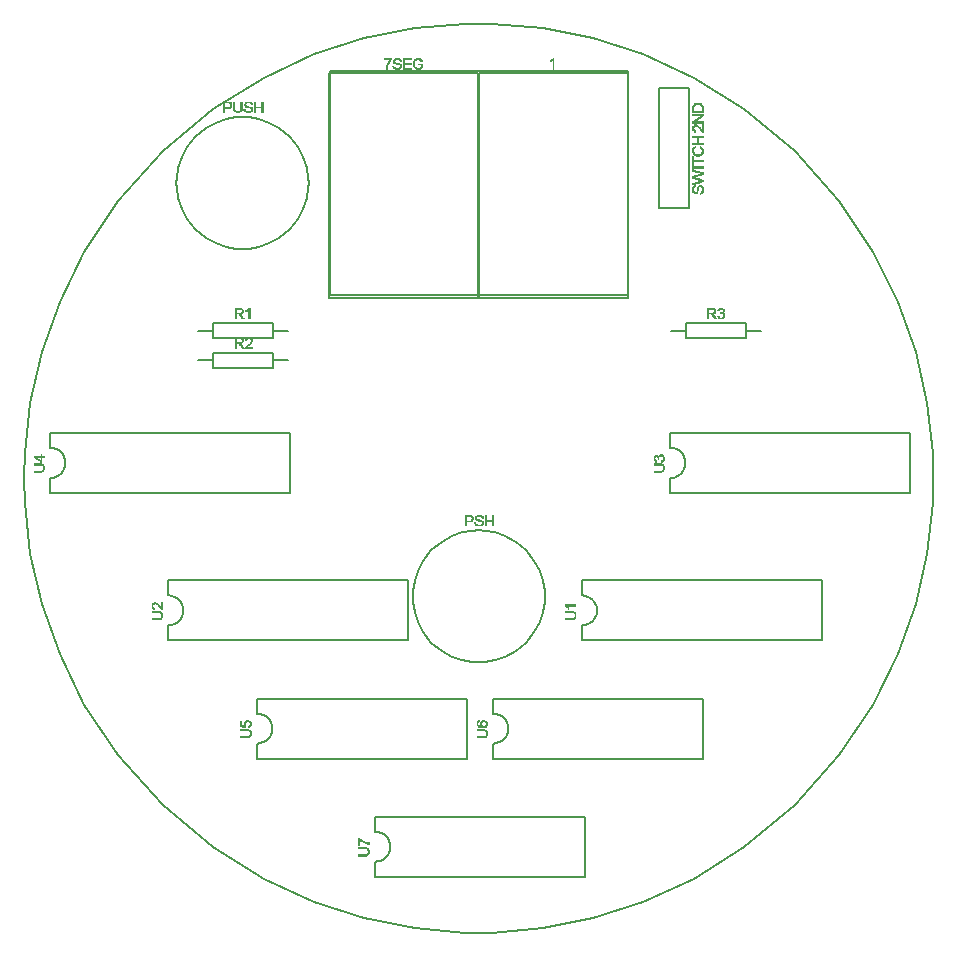
<source format=gbr>
G04 PROTEUS GERBER X2 FILE*
%TF.GenerationSoftware,Labcenter,Proteus,8.13-SP0-Build31525*%
%TF.CreationDate,2022-10-12T09:32:55+00:00*%
%TF.FileFunction,Legend,Top*%
%TF.FilePolarity,Positive*%
%TF.Part,Single*%
%TF.SameCoordinates,{96deeafe-a607-4606-be7e-3443a3b47cd9}*%
%FSLAX45Y45*%
%MOMM*%
G01*
%TA.AperFunction,Profile*%
%ADD18C,0.203110*%
%TA.AperFunction,Material*%
%ADD19C,0.203110*%
%ADD70C,0.063500*%
%TD.AperFunction*%
D18*
X+3850000Y+0D02*
X+3844096Y+213142D01*
X+3796529Y+639427D01*
X+3699562Y+1065712D01*
X+3549147Y+1491997D01*
X+3338067Y+1918282D01*
X+3053769Y+2344567D01*
X+2673870Y+2770003D01*
X+2247585Y+3125838D01*
X+1821300Y+3391956D01*
X+1395015Y+3588375D01*
X+968730Y+3726132D01*
X+542445Y+3811595D01*
X+116160Y+3848247D01*
X+0Y+3850000D01*
X-3850000Y+0D02*
X-3844096Y+213142D01*
X-3796529Y+639427D01*
X-3699562Y+1065712D01*
X-3549147Y+1491997D01*
X-3338067Y+1918282D01*
X-3053769Y+2344567D01*
X-2673870Y+2770003D01*
X-2247585Y+3125838D01*
X-1821300Y+3391956D01*
X-1395015Y+3588375D01*
X-968730Y+3726132D01*
X-542445Y+3811595D01*
X-116160Y+3848247D01*
X+0Y+3850000D01*
X-3850000Y+0D02*
X-3844096Y-213142D01*
X-3796529Y-639427D01*
X-3699562Y-1065712D01*
X-3549147Y-1491997D01*
X-3338067Y-1918282D01*
X-3053769Y-2344567D01*
X-2673870Y-2770003D01*
X-2247585Y-3125838D01*
X-1821300Y-3391956D01*
X-1395015Y-3588375D01*
X-968730Y-3726132D01*
X-542445Y-3811595D01*
X-116160Y-3848247D01*
X+0Y-3850000D01*
X+3850000Y+0D02*
X+3844096Y-213142D01*
X+3796529Y-639427D01*
X+3699562Y-1065712D01*
X+3549147Y-1491997D01*
X+3338067Y-1918282D01*
X+3053769Y-2344567D01*
X+2673870Y-2770003D01*
X+2247585Y-3125838D01*
X+1821300Y-3391956D01*
X+1395015Y-3588375D01*
X+968730Y-3726132D01*
X+542445Y-3811595D01*
X+116160Y-3848247D01*
X+0Y-3850000D01*
D19*
X-1260000Y+1550000D02*
X+1260000Y+1550000D01*
X+1260000Y+3450000D01*
X-1260000Y+3450000D01*
X-1260000Y+1550000D01*
X-1270000Y+1528000D02*
X-10000Y+1528000D01*
X-10000Y+3428000D01*
X-1270000Y+3428000D01*
X-1270000Y+1528000D01*
D70*
X-788011Y+3469275D02*
X-777851Y+3469275D01*
X-711811Y+3469275D02*
X-676251Y+3469275D01*
X-640691Y+3469275D02*
X-569571Y+3469275D01*
X-528931Y+3469275D02*
X-498451Y+3469275D01*
X-788011Y+3474355D02*
X-777851Y+3474355D01*
X-721971Y+3474355D02*
X-666091Y+3474355D01*
X-640691Y+3474355D02*
X-569571Y+3474355D01*
X-539091Y+3474355D02*
X-488291Y+3474355D01*
X-788011Y+3479435D02*
X-777851Y+3479435D01*
X-727051Y+3479435D02*
X-706731Y+3479435D01*
X-676251Y+3479435D02*
X-661011Y+3479435D01*
X-640691Y+3479435D02*
X-630531Y+3479435D01*
X-549251Y+3479435D02*
X-528931Y+3479435D01*
X-498451Y+3479435D02*
X-478131Y+3479435D01*
X-788011Y+3484515D02*
X-777851Y+3484515D01*
X-727051Y+3484515D02*
X-716891Y+3484515D01*
X-671171Y+3484515D02*
X-655931Y+3484515D01*
X-640691Y+3484515D02*
X-630531Y+3484515D01*
X-549251Y+3484515D02*
X-539091Y+3484515D01*
X-488291Y+3484515D02*
X-478131Y+3484515D01*
X-782931Y+3489595D02*
X-772771Y+3489595D01*
X-732131Y+3489595D02*
X-721971Y+3489595D01*
X-666091Y+3489595D02*
X-655931Y+3489595D01*
X-640691Y+3489595D02*
X-630531Y+3489595D01*
X-554331Y+3489595D02*
X-544171Y+3489595D01*
X-488291Y+3489595D02*
X-478131Y+3489595D01*
X-782931Y+3494675D02*
X-772771Y+3494675D01*
X-732131Y+3494675D02*
X-721971Y+3494675D01*
X-666091Y+3494675D02*
X-655931Y+3494675D01*
X-640691Y+3494675D02*
X-630531Y+3494675D01*
X-554331Y+3494675D02*
X-544171Y+3494675D01*
X-488291Y+3494675D02*
X-478131Y+3494675D01*
X-782931Y+3499755D02*
X-772771Y+3499755D01*
X-666091Y+3499755D02*
X-655931Y+3499755D01*
X-640691Y+3499755D02*
X-630531Y+3499755D01*
X-559411Y+3499755D02*
X-549251Y+3499755D01*
X-488291Y+3499755D02*
X-478131Y+3499755D01*
X-777851Y+3504835D02*
X-767691Y+3504835D01*
X-676251Y+3504835D02*
X-661011Y+3504835D01*
X-640691Y+3504835D02*
X-630531Y+3504835D01*
X-559411Y+3504835D02*
X-549251Y+3504835D01*
X-513691Y+3504835D02*
X-478131Y+3504835D01*
X-777851Y+3509915D02*
X-767691Y+3509915D01*
X-701651Y+3509915D02*
X-661011Y+3509915D01*
X-640691Y+3509915D02*
X-574651Y+3509915D01*
X-559411Y+3509915D02*
X-549251Y+3509915D01*
X-513691Y+3509915D02*
X-478131Y+3509915D01*
X-772771Y+3514995D02*
X-762611Y+3514995D01*
X-716891Y+3514995D02*
X-671171Y+3514995D01*
X-640691Y+3514995D02*
X-574651Y+3514995D01*
X-559411Y+3514995D02*
X-549251Y+3514995D01*
X-772771Y+3520075D02*
X-762611Y+3520075D01*
X-721971Y+3520075D02*
X-691491Y+3520075D01*
X-640691Y+3520075D02*
X-630531Y+3520075D01*
X-559411Y+3520075D02*
X-549251Y+3520075D01*
X-767691Y+3525155D02*
X-757531Y+3525155D01*
X-727051Y+3525155D02*
X-711811Y+3525155D01*
X-640691Y+3525155D02*
X-630531Y+3525155D01*
X-559411Y+3525155D02*
X-549251Y+3525155D01*
X-767691Y+3530235D02*
X-757531Y+3530235D01*
X-727051Y+3530235D02*
X-716891Y+3530235D01*
X-640691Y+3530235D02*
X-630531Y+3530235D01*
X-554331Y+3530235D02*
X-544171Y+3530235D01*
X-488291Y+3530235D02*
X-483211Y+3530235D01*
X-762611Y+3535315D02*
X-752451Y+3535315D01*
X-727051Y+3535315D02*
X-716891Y+3535315D01*
X-666091Y+3535315D02*
X-655931Y+3535315D01*
X-640691Y+3535315D02*
X-630531Y+3535315D01*
X-554331Y+3535315D02*
X-544171Y+3535315D01*
X-493371Y+3535315D02*
X-478131Y+3535315D01*
X-762611Y+3540395D02*
X-752451Y+3540395D01*
X-727051Y+3540395D02*
X-716891Y+3540395D01*
X-671171Y+3540395D02*
X-655931Y+3540395D01*
X-640691Y+3540395D02*
X-630531Y+3540395D01*
X-549251Y+3540395D02*
X-539091Y+3540395D01*
X-493371Y+3540395D02*
X-483211Y+3540395D01*
X-757531Y+3545475D02*
X-747371Y+3545475D01*
X-721971Y+3545475D02*
X-706731Y+3545475D01*
X-676251Y+3545475D02*
X-661011Y+3545475D01*
X-640691Y+3545475D02*
X-630531Y+3545475D01*
X-549251Y+3545475D02*
X-528931Y+3545475D01*
X-503531Y+3545475D02*
X-483211Y+3545475D01*
X-803251Y+3550555D02*
X-742291Y+3550555D01*
X-716891Y+3550555D02*
X-666091Y+3550555D01*
X-640691Y+3550555D02*
X-569571Y+3550555D01*
X-544171Y+3550555D02*
X-488291Y+3550555D01*
X-803251Y+3555635D02*
X-742291Y+3555635D01*
X-706731Y+3555635D02*
X-676251Y+3555635D01*
X-640691Y+3555635D02*
X-569571Y+3555635D01*
X-534011Y+3555635D02*
X-498451Y+3555635D01*
D19*
X+0Y+1528000D02*
X+1260000Y+1528000D01*
X+1260000Y+3428000D01*
X+0Y+3428000D01*
X+0Y+1528000D01*
D70*
X+599975Y+3530235D02*
X+599975Y+3540395D01*
X+605055Y+3530235D02*
X+605055Y+3540395D01*
X+610135Y+3530235D02*
X+610135Y+3545475D01*
X+615215Y+3535315D02*
X+615215Y+3550555D01*
X+620295Y+3540395D02*
X+620295Y+3550555D01*
X+625375Y+3469275D02*
X+625375Y+3560715D01*
X+630455Y+3469275D02*
X+630455Y+3560715D01*
D19*
X-2373000Y+1250000D02*
X-2246000Y+1250000D01*
X-2246000Y+1186500D02*
X-1738000Y+1186500D01*
X-1738000Y+1313500D01*
X-2246000Y+1313500D01*
X-2246000Y+1186500D01*
X-1738000Y+1250000D02*
X-1611000Y+1250000D01*
D70*
X-2067592Y+1354770D02*
X-2057432Y+1354770D01*
X-2006632Y+1354770D02*
X-1991392Y+1354770D01*
X-1950752Y+1354770D02*
X-1940592Y+1354770D01*
X-2067592Y+1359850D02*
X-2057432Y+1359850D01*
X-2011712Y+1359850D02*
X-1996472Y+1359850D01*
X-1950752Y+1359850D02*
X-1940592Y+1359850D01*
X-2067592Y+1364930D02*
X-2057432Y+1364930D01*
X-2016792Y+1364930D02*
X-2001552Y+1364930D01*
X-1950752Y+1364930D02*
X-1940592Y+1364930D01*
X-2067592Y+1370010D02*
X-2057432Y+1370010D01*
X-2016792Y+1370010D02*
X-2001552Y+1370010D01*
X-1950752Y+1370010D02*
X-1940592Y+1370010D01*
X-2067592Y+1375090D02*
X-2057432Y+1375090D01*
X-2021872Y+1375090D02*
X-2006632Y+1375090D01*
X-1950752Y+1375090D02*
X-1940592Y+1375090D01*
X-2067592Y+1380170D02*
X-2057432Y+1380170D01*
X-2026952Y+1380170D02*
X-2011712Y+1380170D01*
X-1950752Y+1380170D02*
X-1940592Y+1380170D01*
X-2067592Y+1385250D02*
X-2057432Y+1385250D01*
X-2026952Y+1385250D02*
X-2016792Y+1385250D01*
X-1950752Y+1385250D02*
X-1940592Y+1385250D01*
X-2067592Y+1390330D02*
X-2057432Y+1390330D01*
X-2032032Y+1390330D02*
X-2016792Y+1390330D01*
X-1950752Y+1390330D02*
X-1940592Y+1390330D01*
X-2067592Y+1395410D02*
X-2011712Y+1395410D01*
X-1950752Y+1395410D02*
X-1940592Y+1395410D01*
X-2067592Y+1400490D02*
X-2001552Y+1400490D01*
X-1950752Y+1400490D02*
X-1940592Y+1400490D01*
X-2067592Y+1405570D02*
X-2057432Y+1405570D01*
X-2016792Y+1405570D02*
X-2001552Y+1405570D01*
X-1950752Y+1405570D02*
X-1940592Y+1405570D01*
X-2067592Y+1410650D02*
X-2057432Y+1410650D01*
X-2006632Y+1410650D02*
X-1996472Y+1410650D01*
X-1950752Y+1410650D02*
X-1940592Y+1410650D01*
X-2067592Y+1415730D02*
X-2057432Y+1415730D01*
X-2006632Y+1415730D02*
X-1996472Y+1415730D01*
X-1976152Y+1415730D02*
X-1960912Y+1415730D01*
X-1950752Y+1415730D02*
X-1940592Y+1415730D01*
X-2067592Y+1420810D02*
X-2057432Y+1420810D01*
X-2006632Y+1420810D02*
X-1996472Y+1420810D01*
X-1976152Y+1420810D02*
X-1955832Y+1420810D01*
X-1950752Y+1420810D02*
X-1940592Y+1420810D01*
X-2067592Y+1425890D02*
X-2057432Y+1425890D01*
X-2006632Y+1425890D02*
X-1996472Y+1425890D01*
X-1965992Y+1425890D02*
X-1940592Y+1425890D01*
X-2067592Y+1430970D02*
X-2057432Y+1430970D01*
X-2016792Y+1430970D02*
X-2001552Y+1430970D01*
X-1960912Y+1430970D02*
X-1940592Y+1430970D01*
X-2067592Y+1436050D02*
X-2001552Y+1436050D01*
X-1950752Y+1436050D02*
X-1940592Y+1436050D01*
X-2067592Y+1441130D02*
X-2011712Y+1441130D01*
X-1950752Y+1441130D02*
X-1940592Y+1441130D01*
D19*
X-2373000Y+1000000D02*
X-2246000Y+1000000D01*
X-2246000Y+936500D02*
X-1738000Y+936500D01*
X-1738000Y+1063500D01*
X-2246000Y+1063500D01*
X-2246000Y+936500D01*
X-1738000Y+1000000D02*
X-1611000Y+1000000D01*
D70*
X-2067592Y+1104770D02*
X-2057432Y+1104770D01*
X-2006632Y+1104770D02*
X-1991392Y+1104770D01*
X-1981232Y+1104770D02*
X-1920272Y+1104770D01*
X-2067592Y+1109850D02*
X-2057432Y+1109850D01*
X-2011712Y+1109850D02*
X-1996472Y+1109850D01*
X-1981232Y+1109850D02*
X-1920272Y+1109850D01*
X-2067592Y+1114930D02*
X-2057432Y+1114930D01*
X-2016792Y+1114930D02*
X-2001552Y+1114930D01*
X-1976152Y+1114930D02*
X-1965992Y+1114930D01*
X-2067592Y+1120010D02*
X-2057432Y+1120010D01*
X-2016792Y+1120010D02*
X-2001552Y+1120010D01*
X-1971072Y+1120010D02*
X-1960912Y+1120010D01*
X-2067592Y+1125090D02*
X-2057432Y+1125090D01*
X-2021872Y+1125090D02*
X-2006632Y+1125090D01*
X-1965992Y+1125090D02*
X-1950752Y+1125090D01*
X-2067592Y+1130170D02*
X-2057432Y+1130170D01*
X-2026952Y+1130170D02*
X-2011712Y+1130170D01*
X-1960912Y+1130170D02*
X-1945672Y+1130170D01*
X-2067592Y+1135250D02*
X-2057432Y+1135250D01*
X-2026952Y+1135250D02*
X-2016792Y+1135250D01*
X-1950752Y+1135250D02*
X-1940592Y+1135250D01*
X-2067592Y+1140330D02*
X-2057432Y+1140330D01*
X-2032032Y+1140330D02*
X-2016792Y+1140330D01*
X-1945672Y+1140330D02*
X-1935512Y+1140330D01*
X-2067592Y+1145410D02*
X-2011712Y+1145410D01*
X-1940592Y+1145410D02*
X-1930432Y+1145410D01*
X-2067592Y+1150490D02*
X-2001552Y+1150490D01*
X-1935512Y+1150490D02*
X-1925352Y+1150490D01*
X-2067592Y+1155570D02*
X-2057432Y+1155570D01*
X-2016792Y+1155570D02*
X-2001552Y+1155570D01*
X-1935512Y+1155570D02*
X-1925352Y+1155570D01*
X-2067592Y+1160650D02*
X-2057432Y+1160650D01*
X-2006632Y+1160650D02*
X-1996472Y+1160650D01*
X-1930432Y+1160650D02*
X-1920272Y+1160650D01*
X-2067592Y+1165730D02*
X-2057432Y+1165730D01*
X-2006632Y+1165730D02*
X-1996472Y+1165730D01*
X-1930432Y+1165730D02*
X-1920272Y+1165730D01*
X-2067592Y+1170810D02*
X-2057432Y+1170810D01*
X-2006632Y+1170810D02*
X-1996472Y+1170810D01*
X-1981232Y+1170810D02*
X-1971072Y+1170810D01*
X-1930432Y+1170810D02*
X-1920272Y+1170810D01*
X-2067592Y+1175890D02*
X-2057432Y+1175890D01*
X-2006632Y+1175890D02*
X-1996472Y+1175890D01*
X-1981232Y+1175890D02*
X-1971072Y+1175890D01*
X-1935512Y+1175890D02*
X-1920272Y+1175890D01*
X-2067592Y+1180970D02*
X-2057432Y+1180970D01*
X-2016792Y+1180970D02*
X-2001552Y+1180970D01*
X-1976152Y+1180970D02*
X-1960912Y+1180970D01*
X-1940592Y+1180970D02*
X-1925352Y+1180970D01*
X-2067592Y+1186050D02*
X-2001552Y+1186050D01*
X-1971072Y+1186050D02*
X-1930432Y+1186050D01*
X-2067592Y+1191130D02*
X-2011712Y+1191130D01*
X-1965992Y+1191130D02*
X-1935512Y+1191130D01*
D19*
X+1627000Y+1250000D02*
X+1754000Y+1250000D01*
X+1754000Y+1186500D02*
X+2262000Y+1186500D01*
X+2262000Y+1313500D01*
X+1754000Y+1313500D01*
X+1754000Y+1186500D01*
X+2262000Y+1250000D02*
X+2389000Y+1250000D01*
D70*
X+1932408Y+1354770D02*
X+1942568Y+1354770D01*
X+1993368Y+1354770D02*
X+2008608Y+1354770D01*
X+2034008Y+1354770D02*
X+2059408Y+1354770D01*
X+1932408Y+1359850D02*
X+1942568Y+1359850D01*
X+1988288Y+1359850D02*
X+2003528Y+1359850D01*
X+2028928Y+1359850D02*
X+2069568Y+1359850D01*
X+1932408Y+1364930D02*
X+1942568Y+1364930D01*
X+1983208Y+1364930D02*
X+1998448Y+1364930D01*
X+2023848Y+1364930D02*
X+2034008Y+1364930D01*
X+2059408Y+1364930D02*
X+2074648Y+1364930D01*
X+1932408Y+1370010D02*
X+1942568Y+1370010D01*
X+1983208Y+1370010D02*
X+1998448Y+1370010D01*
X+2018768Y+1370010D02*
X+2034008Y+1370010D01*
X+2064488Y+1370010D02*
X+2079728Y+1370010D01*
X+1932408Y+1375090D02*
X+1942568Y+1375090D01*
X+1978128Y+1375090D02*
X+1993368Y+1375090D01*
X+2018768Y+1375090D02*
X+2028928Y+1375090D01*
X+2069568Y+1375090D02*
X+2079728Y+1375090D01*
X+1932408Y+1380170D02*
X+1942568Y+1380170D01*
X+1973048Y+1380170D02*
X+1988288Y+1380170D01*
X+2069568Y+1380170D02*
X+2079728Y+1380170D01*
X+1932408Y+1385250D02*
X+1942568Y+1385250D01*
X+1973048Y+1385250D02*
X+1983208Y+1385250D01*
X+2069568Y+1385250D02*
X+2079728Y+1385250D01*
X+1932408Y+1390330D02*
X+1942568Y+1390330D01*
X+1967968Y+1390330D02*
X+1983208Y+1390330D01*
X+2069568Y+1390330D02*
X+2079728Y+1390330D01*
X+1932408Y+1395410D02*
X+1988288Y+1395410D01*
X+2064488Y+1395410D02*
X+2074648Y+1395410D01*
X+1932408Y+1400490D02*
X+1998448Y+1400490D01*
X+2039088Y+1400490D02*
X+2069568Y+1400490D01*
X+1932408Y+1405570D02*
X+1942568Y+1405570D01*
X+1983208Y+1405570D02*
X+1998448Y+1405570D01*
X+2039088Y+1405570D02*
X+2064488Y+1405570D01*
X+1932408Y+1410650D02*
X+1942568Y+1410650D01*
X+1993368Y+1410650D02*
X+2003528Y+1410650D01*
X+2059408Y+1410650D02*
X+2069568Y+1410650D01*
X+1932408Y+1415730D02*
X+1942568Y+1415730D01*
X+1993368Y+1415730D02*
X+2003528Y+1415730D01*
X+2064488Y+1415730D02*
X+2074648Y+1415730D01*
X+1932408Y+1420810D02*
X+1942568Y+1420810D01*
X+1993368Y+1420810D02*
X+2003528Y+1420810D01*
X+2018768Y+1420810D02*
X+2028928Y+1420810D01*
X+2064488Y+1420810D02*
X+2074648Y+1420810D01*
X+1932408Y+1425890D02*
X+1942568Y+1425890D01*
X+1993368Y+1425890D02*
X+2003528Y+1425890D01*
X+2018768Y+1425890D02*
X+2034008Y+1425890D01*
X+2064488Y+1425890D02*
X+2074648Y+1425890D01*
X+1932408Y+1430970D02*
X+1942568Y+1430970D01*
X+1983208Y+1430970D02*
X+1998448Y+1430970D01*
X+2023848Y+1430970D02*
X+2039088Y+1430970D01*
X+2059408Y+1430970D02*
X+2074648Y+1430970D01*
X+1932408Y+1436050D02*
X+1998448Y+1436050D01*
X+2028928Y+1436050D02*
X+2069568Y+1436050D01*
X+1932408Y+1441130D02*
X+1988288Y+1441130D01*
X+2034008Y+1441130D02*
X+2059408Y+1441130D01*
D19*
X+1623000Y-123000D02*
X+1623000Y+4000D01*
X+1750000Y+131000D02*
X+1747564Y+156876D01*
X+1740515Y+180848D01*
X+1729238Y+202438D01*
X+1714122Y+221170D01*
X+1695554Y+236569D01*
X+1673919Y+248158D01*
X+1649606Y+255460D01*
X+1623000Y+258000D01*
X+1750000Y+131000D02*
X+1747564Y+104394D01*
X+1740515Y+80081D01*
X+1729238Y+58446D01*
X+1714122Y+39878D01*
X+1695554Y+24762D01*
X+1673919Y+13485D01*
X+1649606Y+6436D01*
X+1623000Y+4000D01*
X+1623000Y+258000D02*
X+1623000Y+385000D01*
X+3655000Y-123000D02*
X+3655000Y+385000D01*
X+1623000Y-123000D02*
X+3655000Y-123000D01*
X+3655000Y+385000D02*
X+1623000Y+385000D01*
D70*
X+1481400Y+55408D02*
X+1481400Y+65568D01*
X+1481400Y+116368D02*
X+1481400Y+126528D01*
X+1481400Y+157008D02*
X+1481400Y+182408D01*
X+1486480Y+55408D02*
X+1486480Y+65568D01*
X+1486480Y+116368D02*
X+1486480Y+126528D01*
X+1486480Y+151928D02*
X+1486480Y+192568D01*
X+1491560Y+55408D02*
X+1491560Y+65568D01*
X+1491560Y+116368D02*
X+1491560Y+126528D01*
X+1491560Y+146848D02*
X+1491560Y+162088D01*
X+1491560Y+182408D02*
X+1491560Y+197648D01*
X+1496640Y+55408D02*
X+1496640Y+65568D01*
X+1496640Y+116368D02*
X+1496640Y+126528D01*
X+1496640Y+141768D02*
X+1496640Y+157008D01*
X+1496640Y+187488D02*
X+1496640Y+197648D01*
X+1501720Y+55408D02*
X+1501720Y+65568D01*
X+1501720Y+116368D02*
X+1501720Y+126528D01*
X+1501720Y+141768D02*
X+1501720Y+151928D01*
X+1501720Y+187488D02*
X+1501720Y+197648D01*
X+1506800Y+55408D02*
X+1506800Y+65568D01*
X+1506800Y+116368D02*
X+1506800Y+126528D01*
X+1506800Y+187488D02*
X+1506800Y+197648D01*
X+1511880Y+55408D02*
X+1511880Y+65568D01*
X+1511880Y+116368D02*
X+1511880Y+126528D01*
X+1511880Y+182408D02*
X+1511880Y+192568D01*
X+1516960Y+55408D02*
X+1516960Y+65568D01*
X+1516960Y+116368D02*
X+1516960Y+126528D01*
X+1516960Y+162088D02*
X+1516960Y+187488D01*
X+1522040Y+55408D02*
X+1522040Y+65568D01*
X+1522040Y+116368D02*
X+1522040Y+126528D01*
X+1522040Y+162088D02*
X+1522040Y+192568D01*
X+1527120Y+55408D02*
X+1527120Y+65568D01*
X+1527120Y+116368D02*
X+1527120Y+126528D01*
X+1527120Y+187488D02*
X+1527120Y+197648D01*
X+1532200Y+55408D02*
X+1532200Y+65568D01*
X+1532200Y+116368D02*
X+1532200Y+126528D01*
X+1532200Y+192568D02*
X+1532200Y+202728D01*
X+1537280Y+55408D02*
X+1537280Y+65568D01*
X+1537280Y+116368D02*
X+1537280Y+126528D01*
X+1537280Y+192568D02*
X+1537280Y+202728D01*
X+1542360Y+55408D02*
X+1542360Y+65568D01*
X+1542360Y+116368D02*
X+1542360Y+126528D01*
X+1542360Y+192568D02*
X+1542360Y+202728D01*
X+1547440Y+55408D02*
X+1547440Y+65568D01*
X+1547440Y+116368D02*
X+1547440Y+126528D01*
X+1547440Y+141768D02*
X+1547440Y+151928D01*
X+1547440Y+192568D02*
X+1547440Y+202728D01*
X+1552520Y+60488D02*
X+1552520Y+70648D01*
X+1552520Y+111288D02*
X+1552520Y+121448D01*
X+1552520Y+141768D02*
X+1552520Y+157008D01*
X+1552520Y+187488D02*
X+1552520Y+202728D01*
X+1557600Y+60488D02*
X+1557600Y+75728D01*
X+1557600Y+106208D02*
X+1557600Y+121448D01*
X+1557600Y+146848D02*
X+1557600Y+157008D01*
X+1557600Y+182408D02*
X+1557600Y+197648D01*
X+1562680Y+65568D02*
X+1562680Y+116368D01*
X+1562680Y+151928D02*
X+1562680Y+192568D01*
X+1567760Y+75728D02*
X+1567760Y+106208D01*
X+1567760Y+157008D02*
X+1567760Y+182408D01*
D19*
X-3627000Y-123000D02*
X-3627000Y+4000D01*
X-3500000Y+131000D02*
X-3502436Y+156876D01*
X-3509485Y+180848D01*
X-3520762Y+202438D01*
X-3535878Y+221170D01*
X-3554446Y+236569D01*
X-3576081Y+248158D01*
X-3600394Y+255460D01*
X-3627000Y+258000D01*
X-3500000Y+131000D02*
X-3502436Y+104394D01*
X-3509485Y+80081D01*
X-3520762Y+58446D01*
X-3535878Y+39878D01*
X-3554446Y+24762D01*
X-3576081Y+13485D01*
X-3600394Y+6436D01*
X-3627000Y+4000D01*
X-3627000Y+258000D02*
X-3627000Y+385000D01*
X-1595000Y-123000D02*
X-1595000Y+385000D01*
X-3627000Y-123000D02*
X-1595000Y-123000D01*
X-1595000Y+385000D02*
X-3627000Y+385000D01*
D70*
X-3768600Y+55408D02*
X-3768600Y+65568D01*
X-3768600Y+116368D02*
X-3768600Y+126528D01*
X-3768600Y+182408D02*
X-3768600Y+192568D01*
X-3763520Y+55408D02*
X-3763520Y+65568D01*
X-3763520Y+116368D02*
X-3763520Y+126528D01*
X-3763520Y+177328D02*
X-3763520Y+192568D01*
X-3758440Y+55408D02*
X-3758440Y+65568D01*
X-3758440Y+116368D02*
X-3758440Y+126528D01*
X-3758440Y+172248D02*
X-3758440Y+192568D01*
X-3753360Y+55408D02*
X-3753360Y+65568D01*
X-3753360Y+116368D02*
X-3753360Y+126528D01*
X-3753360Y+172248D02*
X-3753360Y+192568D01*
X-3748280Y+55408D02*
X-3748280Y+65568D01*
X-3748280Y+116368D02*
X-3748280Y+126528D01*
X-3748280Y+167168D02*
X-3748280Y+177328D01*
X-3748280Y+182408D02*
X-3748280Y+192568D01*
X-3743200Y+55408D02*
X-3743200Y+65568D01*
X-3743200Y+116368D02*
X-3743200Y+126528D01*
X-3743200Y+162088D02*
X-3743200Y+177328D01*
X-3743200Y+182408D02*
X-3743200Y+192568D01*
X-3738120Y+55408D02*
X-3738120Y+65568D01*
X-3738120Y+116368D02*
X-3738120Y+126528D01*
X-3738120Y+162088D02*
X-3738120Y+172248D01*
X-3738120Y+182408D02*
X-3738120Y+192568D01*
X-3733040Y+55408D02*
X-3733040Y+65568D01*
X-3733040Y+116368D02*
X-3733040Y+126528D01*
X-3733040Y+157008D02*
X-3733040Y+167168D01*
X-3733040Y+182408D02*
X-3733040Y+192568D01*
X-3727960Y+55408D02*
X-3727960Y+65568D01*
X-3727960Y+116368D02*
X-3727960Y+126528D01*
X-3727960Y+151928D02*
X-3727960Y+167168D01*
X-3727960Y+182408D02*
X-3727960Y+192568D01*
X-3722880Y+55408D02*
X-3722880Y+65568D01*
X-3722880Y+116368D02*
X-3722880Y+126528D01*
X-3722880Y+151928D02*
X-3722880Y+162088D01*
X-3722880Y+182408D02*
X-3722880Y+192568D01*
X-3717800Y+55408D02*
X-3717800Y+65568D01*
X-3717800Y+116368D02*
X-3717800Y+126528D01*
X-3717800Y+146848D02*
X-3717800Y+157008D01*
X-3717800Y+182408D02*
X-3717800Y+192568D01*
X-3712720Y+55408D02*
X-3712720Y+65568D01*
X-3712720Y+116368D02*
X-3712720Y+126528D01*
X-3712720Y+141768D02*
X-3712720Y+157008D01*
X-3712720Y+182408D02*
X-3712720Y+192568D01*
X-3707640Y+55408D02*
X-3707640Y+65568D01*
X-3707640Y+116368D02*
X-3707640Y+126528D01*
X-3707640Y+141768D02*
X-3707640Y+202728D01*
X-3702560Y+55408D02*
X-3702560Y+65568D01*
X-3702560Y+116368D02*
X-3702560Y+126528D01*
X-3702560Y+141768D02*
X-3702560Y+202728D01*
X-3697480Y+60488D02*
X-3697480Y+70648D01*
X-3697480Y+111288D02*
X-3697480Y+121448D01*
X-3697480Y+182408D02*
X-3697480Y+192568D01*
X-3692400Y+60488D02*
X-3692400Y+75728D01*
X-3692400Y+106208D02*
X-3692400Y+121448D01*
X-3692400Y+182408D02*
X-3692400Y+192568D01*
X-3687320Y+65568D02*
X-3687320Y+116368D01*
X-3687320Y+182408D02*
X-3687320Y+192568D01*
X-3682240Y+75728D02*
X-3682240Y+106208D01*
X-3682240Y+182408D02*
X-3682240Y+192568D01*
D19*
X+873000Y-1373000D02*
X+873000Y-1246000D01*
X+1000000Y-1119000D02*
X+997564Y-1093124D01*
X+990515Y-1069152D01*
X+979238Y-1047562D01*
X+964122Y-1028830D01*
X+945554Y-1013431D01*
X+923919Y-1001842D01*
X+899606Y-994540D01*
X+873000Y-992000D01*
X+1000000Y-1119000D02*
X+997564Y-1145606D01*
X+990515Y-1169919D01*
X+979238Y-1191554D01*
X+964122Y-1210122D01*
X+945554Y-1225238D01*
X+923919Y-1236515D01*
X+899606Y-1243564D01*
X+873000Y-1246000D01*
X+873000Y-992000D02*
X+873000Y-865000D01*
X+2905000Y-1373000D02*
X+2905000Y-865000D01*
X+873000Y-1373000D02*
X+2905000Y-1373000D01*
X+2905000Y-865000D02*
X+873000Y-865000D01*
D70*
X+731400Y-1194592D02*
X+731400Y-1184432D01*
X+731400Y-1133632D02*
X+731400Y-1123472D01*
X+731400Y-1077752D02*
X+731400Y-1067592D01*
X+736480Y-1194592D02*
X+736480Y-1184432D01*
X+736480Y-1133632D02*
X+736480Y-1123472D01*
X+736480Y-1077752D02*
X+736480Y-1067592D01*
X+741560Y-1194592D02*
X+741560Y-1184432D01*
X+741560Y-1133632D02*
X+741560Y-1123472D01*
X+741560Y-1087912D02*
X+741560Y-1067592D01*
X+746640Y-1194592D02*
X+746640Y-1184432D01*
X+746640Y-1133632D02*
X+746640Y-1123472D01*
X+746640Y-1092992D02*
X+746640Y-1067592D01*
X+751720Y-1194592D02*
X+751720Y-1184432D01*
X+751720Y-1133632D02*
X+751720Y-1123472D01*
X+751720Y-1103152D02*
X+751720Y-1082832D01*
X+751720Y-1077752D02*
X+751720Y-1067592D01*
X+756800Y-1194592D02*
X+756800Y-1184432D01*
X+756800Y-1133632D02*
X+756800Y-1123472D01*
X+756800Y-1103152D02*
X+756800Y-1087912D01*
X+756800Y-1077752D02*
X+756800Y-1067592D01*
X+761880Y-1194592D02*
X+761880Y-1184432D01*
X+761880Y-1133632D02*
X+761880Y-1123472D01*
X+761880Y-1077752D02*
X+761880Y-1067592D01*
X+766960Y-1194592D02*
X+766960Y-1184432D01*
X+766960Y-1133632D02*
X+766960Y-1123472D01*
X+766960Y-1077752D02*
X+766960Y-1067592D01*
X+772040Y-1194592D02*
X+772040Y-1184432D01*
X+772040Y-1133632D02*
X+772040Y-1123472D01*
X+772040Y-1077752D02*
X+772040Y-1067592D01*
X+777120Y-1194592D02*
X+777120Y-1184432D01*
X+777120Y-1133632D02*
X+777120Y-1123472D01*
X+777120Y-1077752D02*
X+777120Y-1067592D01*
X+782200Y-1194592D02*
X+782200Y-1184432D01*
X+782200Y-1133632D02*
X+782200Y-1123472D01*
X+782200Y-1077752D02*
X+782200Y-1067592D01*
X+787280Y-1194592D02*
X+787280Y-1184432D01*
X+787280Y-1133632D02*
X+787280Y-1123472D01*
X+787280Y-1077752D02*
X+787280Y-1067592D01*
X+792360Y-1194592D02*
X+792360Y-1184432D01*
X+792360Y-1133632D02*
X+792360Y-1123472D01*
X+792360Y-1077752D02*
X+792360Y-1067592D01*
X+797440Y-1194592D02*
X+797440Y-1184432D01*
X+797440Y-1133632D02*
X+797440Y-1123472D01*
X+797440Y-1077752D02*
X+797440Y-1067592D01*
X+802520Y-1189512D02*
X+802520Y-1179352D01*
X+802520Y-1138712D02*
X+802520Y-1128552D01*
X+802520Y-1077752D02*
X+802520Y-1067592D01*
X+807600Y-1189512D02*
X+807600Y-1174272D01*
X+807600Y-1143792D02*
X+807600Y-1128552D01*
X+807600Y-1077752D02*
X+807600Y-1067592D01*
X+812680Y-1184432D02*
X+812680Y-1133632D01*
X+812680Y-1077752D02*
X+812680Y-1067592D01*
X+817760Y-1174272D02*
X+817760Y-1143792D01*
X+817760Y-1077752D02*
X+817760Y-1067592D01*
D19*
X-2627000Y-1373000D02*
X-2627000Y-1246000D01*
X-2500000Y-1119000D02*
X-2502436Y-1093124D01*
X-2509485Y-1069152D01*
X-2520762Y-1047562D01*
X-2535878Y-1028830D01*
X-2554446Y-1013431D01*
X-2576081Y-1001842D01*
X-2600394Y-994540D01*
X-2627000Y-992000D01*
X-2500000Y-1119000D02*
X-2502436Y-1145606D01*
X-2509485Y-1169919D01*
X-2520762Y-1191554D01*
X-2535878Y-1210122D01*
X-2554446Y-1225238D01*
X-2576081Y-1236515D01*
X-2600394Y-1243564D01*
X-2627000Y-1246000D01*
X-2627000Y-992000D02*
X-2627000Y-865000D01*
X-595000Y-1373000D02*
X-595000Y-865000D01*
X-2627000Y-1373000D02*
X-595000Y-1373000D01*
X-595000Y-865000D02*
X-2627000Y-865000D01*
D70*
X-2768600Y-1194592D02*
X-2768600Y-1184432D01*
X-2768600Y-1133632D02*
X-2768600Y-1123472D01*
X-2768600Y-1092992D02*
X-2768600Y-1062512D01*
X-2763520Y-1194592D02*
X-2763520Y-1184432D01*
X-2763520Y-1133632D02*
X-2763520Y-1123472D01*
X-2763520Y-1098072D02*
X-2763520Y-1057432D01*
X-2758440Y-1194592D02*
X-2758440Y-1184432D01*
X-2758440Y-1133632D02*
X-2758440Y-1123472D01*
X-2758440Y-1103152D02*
X-2758440Y-1087912D01*
X-2758440Y-1067592D02*
X-2758440Y-1052352D01*
X-2753360Y-1194592D02*
X-2753360Y-1184432D01*
X-2753360Y-1133632D02*
X-2753360Y-1123472D01*
X-2753360Y-1108232D02*
X-2753360Y-1098072D01*
X-2753360Y-1062512D02*
X-2753360Y-1047272D01*
X-2748280Y-1194592D02*
X-2748280Y-1184432D01*
X-2748280Y-1133632D02*
X-2748280Y-1123472D01*
X-2748280Y-1108232D02*
X-2748280Y-1098072D01*
X-2748280Y-1057432D02*
X-2748280Y-1047272D01*
X-2743200Y-1194592D02*
X-2743200Y-1184432D01*
X-2743200Y-1133632D02*
X-2743200Y-1123472D01*
X-2743200Y-1057432D02*
X-2743200Y-1047272D01*
X-2738120Y-1194592D02*
X-2738120Y-1184432D01*
X-2738120Y-1133632D02*
X-2738120Y-1123472D01*
X-2738120Y-1057432D02*
X-2738120Y-1047272D01*
X-2733040Y-1194592D02*
X-2733040Y-1184432D01*
X-2733040Y-1133632D02*
X-2733040Y-1123472D01*
X-2733040Y-1062512D02*
X-2733040Y-1052352D01*
X-2727960Y-1194592D02*
X-2727960Y-1184432D01*
X-2727960Y-1133632D02*
X-2727960Y-1123472D01*
X-2727960Y-1062512D02*
X-2727960Y-1052352D01*
X-2722880Y-1194592D02*
X-2722880Y-1184432D01*
X-2722880Y-1133632D02*
X-2722880Y-1123472D01*
X-2722880Y-1067592D02*
X-2722880Y-1057432D01*
X-2717800Y-1194592D02*
X-2717800Y-1184432D01*
X-2717800Y-1133632D02*
X-2717800Y-1123472D01*
X-2717800Y-1072672D02*
X-2717800Y-1062512D01*
X-2712720Y-1194592D02*
X-2712720Y-1184432D01*
X-2712720Y-1133632D02*
X-2712720Y-1123472D01*
X-2712720Y-1077752D02*
X-2712720Y-1067592D01*
X-2707640Y-1194592D02*
X-2707640Y-1184432D01*
X-2707640Y-1133632D02*
X-2707640Y-1123472D01*
X-2707640Y-1087912D02*
X-2707640Y-1072672D01*
X-2702560Y-1194592D02*
X-2702560Y-1184432D01*
X-2702560Y-1133632D02*
X-2702560Y-1123472D01*
X-2702560Y-1092992D02*
X-2702560Y-1077752D01*
X-2697480Y-1189512D02*
X-2697480Y-1179352D01*
X-2697480Y-1138712D02*
X-2697480Y-1128552D01*
X-2697480Y-1098072D02*
X-2697480Y-1087912D01*
X-2692400Y-1189512D02*
X-2692400Y-1174272D01*
X-2692400Y-1143792D02*
X-2692400Y-1128552D01*
X-2692400Y-1103152D02*
X-2692400Y-1092992D01*
X-2687320Y-1184432D02*
X-2687320Y-1133632D01*
X-2687320Y-1108232D02*
X-2687320Y-1047272D01*
X-2682240Y-1174272D02*
X-2682240Y-1143792D01*
X-2682240Y-1108232D02*
X-2682240Y-1047272D01*
D19*
X-1877000Y-1992000D02*
X-1877000Y-1865000D01*
X-1877000Y-2373000D02*
X-1877000Y-2246000D01*
X-1750000Y-2119000D02*
X-1752436Y-2093124D01*
X-1759485Y-2069152D01*
X-1770762Y-2047562D01*
X-1785878Y-2028830D01*
X-1804446Y-2013431D01*
X-1826081Y-2001842D01*
X-1850394Y-1994540D01*
X-1877000Y-1992000D01*
X-1750000Y-2119000D02*
X-1752436Y-2145606D01*
X-1759485Y-2169919D01*
X-1770762Y-2191554D01*
X-1785878Y-2210122D01*
X-1804446Y-2225238D01*
X-1826081Y-2236515D01*
X-1850394Y-2243564D01*
X-1877000Y-2246000D01*
X-1877000Y-2373000D02*
X-99000Y-2373000D01*
X-99000Y-1865000D01*
X-1877000Y-1865000D01*
D70*
X-2018600Y-2194592D02*
X-2018600Y-2184432D01*
X-2018600Y-2133632D02*
X-2018600Y-2123472D01*
X-2018600Y-2098072D02*
X-2018600Y-2052352D01*
X-2013520Y-2194592D02*
X-2013520Y-2184432D01*
X-2013520Y-2133632D02*
X-2013520Y-2123472D01*
X-2013520Y-2098072D02*
X-2013520Y-2052352D01*
X-2008440Y-2194592D02*
X-2008440Y-2184432D01*
X-2008440Y-2133632D02*
X-2008440Y-2123472D01*
X-2008440Y-2103152D02*
X-2008440Y-2092992D01*
X-2003360Y-2194592D02*
X-2003360Y-2184432D01*
X-2003360Y-2133632D02*
X-2003360Y-2123472D01*
X-2003360Y-2103152D02*
X-2003360Y-2092992D01*
X-1998280Y-2194592D02*
X-1998280Y-2184432D01*
X-1998280Y-2133632D02*
X-1998280Y-2123472D01*
X-1998280Y-2103152D02*
X-1998280Y-2092992D01*
X-1993200Y-2194592D02*
X-1993200Y-2184432D01*
X-1993200Y-2133632D02*
X-1993200Y-2123472D01*
X-1993200Y-2103152D02*
X-1993200Y-2092992D01*
X-1988120Y-2194592D02*
X-1988120Y-2184432D01*
X-1988120Y-2133632D02*
X-1988120Y-2123472D01*
X-1988120Y-2103152D02*
X-1988120Y-2092992D01*
X-1988120Y-2087912D02*
X-1988120Y-2062512D01*
X-1983040Y-2194592D02*
X-1983040Y-2184432D01*
X-1983040Y-2133632D02*
X-1983040Y-2123472D01*
X-1983040Y-2108232D02*
X-1983040Y-2057432D01*
X-1977960Y-2194592D02*
X-1977960Y-2184432D01*
X-1977960Y-2133632D02*
X-1977960Y-2123472D01*
X-1977960Y-2108232D02*
X-1977960Y-2092992D01*
X-1977960Y-2062512D02*
X-1977960Y-2052352D01*
X-1972880Y-2194592D02*
X-1972880Y-2184432D01*
X-1972880Y-2133632D02*
X-1972880Y-2123472D01*
X-1972880Y-2062512D02*
X-1972880Y-2047272D01*
X-1967800Y-2194592D02*
X-1967800Y-2184432D01*
X-1967800Y-2133632D02*
X-1967800Y-2123472D01*
X-1967800Y-2057432D02*
X-1967800Y-2047272D01*
X-1962720Y-2194592D02*
X-1962720Y-2184432D01*
X-1962720Y-2133632D02*
X-1962720Y-2123472D01*
X-1962720Y-2057432D02*
X-1962720Y-2047272D01*
X-1957640Y-2194592D02*
X-1957640Y-2184432D01*
X-1957640Y-2133632D02*
X-1957640Y-2123472D01*
X-1957640Y-2057432D02*
X-1957640Y-2047272D01*
X-1952560Y-2194592D02*
X-1952560Y-2184432D01*
X-1952560Y-2133632D02*
X-1952560Y-2123472D01*
X-1952560Y-2108232D02*
X-1952560Y-2098072D01*
X-1952560Y-2057432D02*
X-1952560Y-2047272D01*
X-1947480Y-2189512D02*
X-1947480Y-2179352D01*
X-1947480Y-2138712D02*
X-1947480Y-2128552D01*
X-1947480Y-2108232D02*
X-1947480Y-2092992D01*
X-1947480Y-2062512D02*
X-1947480Y-2052352D01*
X-1942400Y-2189512D02*
X-1942400Y-2174272D01*
X-1942400Y-2143792D02*
X-1942400Y-2128552D01*
X-1942400Y-2103152D02*
X-1942400Y-2092992D01*
X-1942400Y-2067592D02*
X-1942400Y-2052352D01*
X-1937320Y-2184432D02*
X-1937320Y-2133632D01*
X-1937320Y-2098072D02*
X-1937320Y-2057432D01*
X-1932240Y-2174272D02*
X-1932240Y-2143792D01*
X-1932240Y-2092992D02*
X-1932240Y-2067592D01*
D19*
X+123000Y-1992000D02*
X+123000Y-1865000D01*
X+123000Y-2373000D02*
X+123000Y-2246000D01*
X+250000Y-2119000D02*
X+247564Y-2093124D01*
X+240515Y-2069152D01*
X+229238Y-2047562D01*
X+214122Y-2028830D01*
X+195554Y-2013431D01*
X+173919Y-2001842D01*
X+149606Y-1994540D01*
X+123000Y-1992000D01*
X+250000Y-2119000D02*
X+247564Y-2145606D01*
X+240515Y-2169919D01*
X+229238Y-2191554D01*
X+214122Y-2210122D01*
X+195554Y-2225238D01*
X+173919Y-2236515D01*
X+149606Y-2243564D01*
X+123000Y-2246000D01*
X+123000Y-2373000D02*
X+1901000Y-2373000D01*
X+1901000Y-1865000D01*
X+123000Y-1865000D01*
D70*
X-18600Y-2194592D02*
X-18600Y-2184432D01*
X-18600Y-2133632D02*
X-18600Y-2123472D01*
X-18600Y-2087912D02*
X-18600Y-2062512D01*
X-13520Y-2194592D02*
X-13520Y-2184432D01*
X-13520Y-2133632D02*
X-13520Y-2123472D01*
X-13520Y-2092992D02*
X-13520Y-2057432D01*
X-8440Y-2194592D02*
X-8440Y-2184432D01*
X-8440Y-2133632D02*
X-8440Y-2123472D01*
X-8440Y-2098072D02*
X-8440Y-2087912D01*
X-8440Y-2067592D02*
X-8440Y-2052352D01*
X-3360Y-2194592D02*
X-3360Y-2184432D01*
X-3360Y-2133632D02*
X-3360Y-2123472D01*
X-3360Y-2103152D02*
X-3360Y-2092992D01*
X-3360Y-2062512D02*
X-3360Y-2047272D01*
X+1720Y-2194592D02*
X+1720Y-2184432D01*
X+1720Y-2133632D02*
X+1720Y-2123472D01*
X+1720Y-2103152D02*
X+1720Y-2092992D01*
X+1720Y-2057432D02*
X+1720Y-2047272D01*
X+6800Y-2194592D02*
X+6800Y-2184432D01*
X+6800Y-2133632D02*
X+6800Y-2123472D01*
X+6800Y-2108232D02*
X+6800Y-2098072D01*
X+11880Y-2194592D02*
X+11880Y-2184432D01*
X+11880Y-2133632D02*
X+11880Y-2123472D01*
X+11880Y-2108232D02*
X+11880Y-2098072D01*
X+11880Y-2087912D02*
X+11880Y-2062512D01*
X+16960Y-2194592D02*
X+16960Y-2184432D01*
X+16960Y-2133632D02*
X+16960Y-2123472D01*
X+16960Y-2108232D02*
X+16960Y-2098072D01*
X+16960Y-2092992D02*
X+16960Y-2057432D01*
X+22040Y-2194592D02*
X+22040Y-2184432D01*
X+22040Y-2133632D02*
X+22040Y-2123472D01*
X+22040Y-2108232D02*
X+22040Y-2087912D01*
X+22040Y-2067592D02*
X+22040Y-2052352D01*
X+27120Y-2194592D02*
X+27120Y-2184432D01*
X+27120Y-2133632D02*
X+27120Y-2123472D01*
X+27120Y-2108232D02*
X+27120Y-2092992D01*
X+27120Y-2062512D02*
X+27120Y-2047272D01*
X+32200Y-2194592D02*
X+32200Y-2184432D01*
X+32200Y-2133632D02*
X+32200Y-2123472D01*
X+32200Y-2108232D02*
X+32200Y-2098072D01*
X+32200Y-2057432D02*
X+32200Y-2047272D01*
X+37280Y-2194592D02*
X+37280Y-2184432D01*
X+37280Y-2133632D02*
X+37280Y-2123472D01*
X+37280Y-2108232D02*
X+37280Y-2098072D01*
X+37280Y-2057432D02*
X+37280Y-2047272D01*
X+42360Y-2194592D02*
X+42360Y-2184432D01*
X+42360Y-2133632D02*
X+42360Y-2123472D01*
X+42360Y-2108232D02*
X+42360Y-2098072D01*
X+42360Y-2057432D02*
X+42360Y-2047272D01*
X+47440Y-2194592D02*
X+47440Y-2184432D01*
X+47440Y-2133632D02*
X+47440Y-2123472D01*
X+47440Y-2108232D02*
X+47440Y-2098072D01*
X+47440Y-2057432D02*
X+47440Y-2047272D01*
X+52520Y-2189512D02*
X+52520Y-2179352D01*
X+52520Y-2138712D02*
X+52520Y-2128552D01*
X+52520Y-2103152D02*
X+52520Y-2092992D01*
X+52520Y-2062512D02*
X+52520Y-2052352D01*
X+57600Y-2189512D02*
X+57600Y-2174272D01*
X+57600Y-2143792D02*
X+57600Y-2128552D01*
X+57600Y-2103152D02*
X+57600Y-2087912D01*
X+57600Y-2067592D02*
X+57600Y-2052352D01*
X+62680Y-2184432D02*
X+62680Y-2133632D01*
X+62680Y-2098072D02*
X+62680Y-2057432D01*
X+67760Y-2174272D02*
X+67760Y-2143792D01*
X+67760Y-2087912D02*
X+67760Y-2062512D01*
D19*
X-877000Y-2992000D02*
X-877000Y-2865000D01*
X-877000Y-3373000D02*
X-877000Y-3246000D01*
X-750000Y-3119000D02*
X-752436Y-3093124D01*
X-759485Y-3069152D01*
X-770762Y-3047562D01*
X-785878Y-3028830D01*
X-804446Y-3013431D01*
X-826081Y-3001842D01*
X-850394Y-2994540D01*
X-877000Y-2992000D01*
X-750000Y-3119000D02*
X-752436Y-3145606D01*
X-759485Y-3169919D01*
X-770762Y-3191554D01*
X-785878Y-3210122D01*
X-804446Y-3225238D01*
X-826081Y-3236515D01*
X-850394Y-3243564D01*
X-877000Y-3246000D01*
X-877000Y-3373000D02*
X+901000Y-3373000D01*
X+901000Y-2865000D01*
X-877000Y-2865000D01*
D70*
X-1018600Y-3194592D02*
X-1018600Y-3184432D01*
X-1018600Y-3133632D02*
X-1018600Y-3123472D01*
X-1018600Y-3108232D02*
X-1018600Y-3047272D01*
X-1013520Y-3194592D02*
X-1013520Y-3184432D01*
X-1013520Y-3133632D02*
X-1013520Y-3123472D01*
X-1013520Y-3108232D02*
X-1013520Y-3047272D01*
X-1008440Y-3194592D02*
X-1008440Y-3184432D01*
X-1008440Y-3133632D02*
X-1008440Y-3123472D01*
X-1008440Y-3062512D02*
X-1008440Y-3052352D01*
X-1003360Y-3194592D02*
X-1003360Y-3184432D01*
X-1003360Y-3133632D02*
X-1003360Y-3123472D01*
X-1003360Y-3067592D02*
X-1003360Y-3057432D01*
X-998280Y-3194592D02*
X-998280Y-3184432D01*
X-998280Y-3133632D02*
X-998280Y-3123472D01*
X-998280Y-3067592D02*
X-998280Y-3057432D01*
X-993200Y-3194592D02*
X-993200Y-3184432D01*
X-993200Y-3133632D02*
X-993200Y-3123472D01*
X-993200Y-3072672D02*
X-993200Y-3062512D01*
X-988120Y-3194592D02*
X-988120Y-3184432D01*
X-988120Y-3133632D02*
X-988120Y-3123472D01*
X-988120Y-3072672D02*
X-988120Y-3062512D01*
X-983040Y-3194592D02*
X-983040Y-3184432D01*
X-983040Y-3133632D02*
X-983040Y-3123472D01*
X-983040Y-3077752D02*
X-983040Y-3067592D01*
X-977960Y-3194592D02*
X-977960Y-3184432D01*
X-977960Y-3133632D02*
X-977960Y-3123472D01*
X-977960Y-3077752D02*
X-977960Y-3067592D01*
X-972880Y-3194592D02*
X-972880Y-3184432D01*
X-972880Y-3133632D02*
X-972880Y-3123472D01*
X-972880Y-3082832D02*
X-972880Y-3072672D01*
X-967800Y-3194592D02*
X-967800Y-3184432D01*
X-967800Y-3133632D02*
X-967800Y-3123472D01*
X-967800Y-3082832D02*
X-967800Y-3072672D01*
X-962720Y-3194592D02*
X-962720Y-3184432D01*
X-962720Y-3133632D02*
X-962720Y-3123472D01*
X-962720Y-3087912D02*
X-962720Y-3077752D01*
X-957640Y-3194592D02*
X-957640Y-3184432D01*
X-957640Y-3133632D02*
X-957640Y-3123472D01*
X-957640Y-3087912D02*
X-957640Y-3077752D01*
X-952560Y-3194592D02*
X-952560Y-3184432D01*
X-952560Y-3133632D02*
X-952560Y-3123472D01*
X-952560Y-3087912D02*
X-952560Y-3077752D01*
X-947480Y-3189512D02*
X-947480Y-3179352D01*
X-947480Y-3138712D02*
X-947480Y-3128552D01*
X-947480Y-3092992D02*
X-947480Y-3082832D01*
X-942400Y-3189512D02*
X-942400Y-3174272D01*
X-942400Y-3143792D02*
X-942400Y-3128552D01*
X-942400Y-3092992D02*
X-942400Y-3082832D01*
X-937320Y-3184432D02*
X-937320Y-3133632D01*
X-937320Y-3092992D02*
X-937320Y-3082832D01*
X-932240Y-3174272D02*
X-932240Y-3143792D01*
X-932240Y-3092992D02*
X-932240Y-3082832D01*
D19*
X+1524000Y+2286000D02*
X+1778000Y+2286000D01*
X+1778000Y+3302000D01*
X+1524000Y+3302000D01*
X+1524000Y+2286000D01*
D70*
X+1809110Y+2426845D02*
X+1809110Y+2462405D01*
X+1809110Y+2487805D02*
X+1809110Y+2497965D01*
X+1809110Y+2543685D02*
X+1809110Y+2558925D01*
X+1809110Y+2604645D02*
X+1809110Y+2614805D01*
X+1809110Y+2630045D02*
X+1809110Y+2640205D01*
X+1809110Y+2655445D02*
X+1809110Y+2726565D01*
X+1809110Y+2762125D02*
X+1809110Y+2792605D01*
X+1809110Y+2828165D02*
X+1809110Y+2838325D01*
X+1809110Y+2889125D02*
X+1809110Y+2899285D01*
X+1809110Y+2950085D02*
X+1809110Y+2980565D01*
X+1809110Y+3011045D02*
X+1809110Y+3021205D01*
X+1809110Y+3072005D02*
X+1809110Y+3082165D01*
X+1809110Y+3102485D02*
X+1809110Y+3153285D01*
X+1814190Y+2421765D02*
X+1814190Y+2472565D01*
X+1814190Y+2487805D02*
X+1814190Y+2497965D01*
X+1814190Y+2543685D02*
X+1814190Y+2558925D01*
X+1814190Y+2599565D02*
X+1814190Y+2614805D01*
X+1814190Y+2630045D02*
X+1814190Y+2640205D01*
X+1814190Y+2655445D02*
X+1814190Y+2726565D01*
X+1814190Y+2746885D02*
X+1814190Y+2802765D01*
X+1814190Y+2828165D02*
X+1814190Y+2838325D01*
X+1814190Y+2889125D02*
X+1814190Y+2899285D01*
X+1814190Y+2945005D02*
X+1814190Y+2985645D01*
X+1814190Y+3011045D02*
X+1814190Y+3026285D01*
X+1814190Y+3072005D02*
X+1814190Y+3082165D01*
X+1814190Y+3102485D02*
X+1814190Y+3163445D01*
X+1819270Y+2416685D02*
X+1819270Y+2431925D01*
X+1819270Y+2462405D02*
X+1819270Y+2477645D01*
X+1819270Y+2492885D02*
X+1819270Y+2503045D01*
X+1819270Y+2538605D02*
X+1819270Y+2548765D01*
X+1819270Y+2553845D02*
X+1819270Y+2564005D01*
X+1819270Y+2599565D02*
X+1819270Y+2609725D01*
X+1819270Y+2630045D02*
X+1819270Y+2640205D01*
X+1819270Y+2685925D02*
X+1819270Y+2696085D01*
X+1819270Y+2741805D02*
X+1819270Y+2762125D01*
X+1819270Y+2792605D02*
X+1819270Y+2807845D01*
X+1819270Y+2828165D02*
X+1819270Y+2838325D01*
X+1819270Y+2889125D02*
X+1819270Y+2899285D01*
X+1819270Y+2939925D02*
X+1819270Y+2955165D01*
X+1819270Y+2975485D02*
X+1819270Y+2990725D01*
X+1819270Y+3011045D02*
X+1819270Y+3031365D01*
X+1819270Y+3072005D02*
X+1819270Y+3082165D01*
X+1819270Y+3102485D02*
X+1819270Y+3112645D01*
X+1819270Y+3153285D02*
X+1819270Y+3168525D01*
X+1824350Y+2411605D02*
X+1824350Y+2421765D01*
X+1824350Y+2467485D02*
X+1824350Y+2482725D01*
X+1824350Y+2492885D02*
X+1824350Y+2503045D01*
X+1824350Y+2538605D02*
X+1824350Y+2548765D01*
X+1824350Y+2553845D02*
X+1824350Y+2564005D01*
X+1824350Y+2599565D02*
X+1824350Y+2609725D01*
X+1824350Y+2630045D02*
X+1824350Y+2640205D01*
X+1824350Y+2685925D02*
X+1824350Y+2696085D01*
X+1824350Y+2736725D02*
X+1824350Y+2751965D01*
X+1824350Y+2797685D02*
X+1824350Y+2807845D01*
X+1824350Y+2828165D02*
X+1824350Y+2838325D01*
X+1824350Y+2889125D02*
X+1824350Y+2899285D01*
X+1824350Y+2934845D02*
X+1824350Y+2945005D01*
X+1824350Y+2980565D02*
X+1824350Y+2995805D01*
X+1824350Y+3011045D02*
X+1824350Y+3031365D01*
X+1824350Y+3072005D02*
X+1824350Y+3082165D01*
X+1824350Y+3102485D02*
X+1824350Y+3112645D01*
X+1824350Y+3158365D02*
X+1824350Y+3173605D01*
X+1829430Y+2411605D02*
X+1829430Y+2421765D01*
X+1829430Y+2472565D02*
X+1829430Y+2482725D01*
X+1829430Y+2492885D02*
X+1829430Y+2503045D01*
X+1829430Y+2538605D02*
X+1829430Y+2548765D01*
X+1829430Y+2553845D02*
X+1829430Y+2564005D01*
X+1829430Y+2599565D02*
X+1829430Y+2609725D01*
X+1829430Y+2630045D02*
X+1829430Y+2640205D01*
X+1829430Y+2685925D02*
X+1829430Y+2696085D01*
X+1829430Y+2736725D02*
X+1829430Y+2746885D01*
X+1829430Y+2802765D02*
X+1829430Y+2812925D01*
X+1829430Y+2828165D02*
X+1829430Y+2838325D01*
X+1829430Y+2889125D02*
X+1829430Y+2899285D01*
X+1829430Y+2934845D02*
X+1829430Y+2945005D01*
X+1829430Y+2985645D02*
X+1829430Y+2995805D01*
X+1829430Y+3011045D02*
X+1829430Y+3021205D01*
X+1829430Y+3026285D02*
X+1829430Y+3036445D01*
X+1829430Y+3072005D02*
X+1829430Y+3082165D01*
X+1829430Y+3102485D02*
X+1829430Y+3112645D01*
X+1829430Y+3163445D02*
X+1829430Y+3173605D01*
X+1834510Y+2411605D02*
X+1834510Y+2421765D01*
X+1834510Y+2497965D02*
X+1834510Y+2508125D01*
X+1834510Y+2533525D02*
X+1834510Y+2548765D01*
X+1834510Y+2553845D02*
X+1834510Y+2569085D01*
X+1834510Y+2594485D02*
X+1834510Y+2604645D01*
X+1834510Y+2630045D02*
X+1834510Y+2640205D01*
X+1834510Y+2685925D02*
X+1834510Y+2696085D01*
X+1834510Y+2736725D02*
X+1834510Y+2746885D01*
X+1834510Y+2828165D02*
X+1834510Y+2838325D01*
X+1834510Y+2889125D02*
X+1834510Y+2899285D01*
X+1834510Y+2985645D02*
X+1834510Y+2995805D01*
X+1834510Y+3011045D02*
X+1834510Y+3021205D01*
X+1834510Y+3031365D02*
X+1834510Y+3041525D01*
X+1834510Y+3072005D02*
X+1834510Y+3082165D01*
X+1834510Y+3102485D02*
X+1834510Y+3112645D01*
X+1834510Y+3168525D02*
X+1834510Y+3178685D01*
X+1839590Y+2411605D02*
X+1839590Y+2426845D01*
X+1839590Y+2497965D02*
X+1839590Y+2508125D01*
X+1839590Y+2533525D02*
X+1839590Y+2543685D01*
X+1839590Y+2558925D02*
X+1839590Y+2569085D01*
X+1839590Y+2594485D02*
X+1839590Y+2604645D01*
X+1839590Y+2630045D02*
X+1839590Y+2640205D01*
X+1839590Y+2685925D02*
X+1839590Y+2696085D01*
X+1839590Y+2731645D02*
X+1839590Y+2741805D01*
X+1839590Y+2828165D02*
X+1839590Y+2838325D01*
X+1839590Y+2889125D02*
X+1839590Y+2899285D01*
X+1839590Y+2985645D02*
X+1839590Y+2995805D01*
X+1839590Y+3011045D02*
X+1839590Y+3021205D01*
X+1839590Y+3031365D02*
X+1839590Y+3041525D01*
X+1839590Y+3072005D02*
X+1839590Y+3082165D01*
X+1839590Y+3102485D02*
X+1839590Y+3112645D01*
X+1839590Y+3168525D02*
X+1839590Y+3178685D01*
X+1844670Y+2416685D02*
X+1844670Y+2447165D01*
X+1844670Y+2497965D02*
X+1844670Y+2508125D01*
X+1844670Y+2533525D02*
X+1844670Y+2543685D01*
X+1844670Y+2558925D02*
X+1844670Y+2569085D01*
X+1844670Y+2594485D02*
X+1844670Y+2604645D01*
X+1844670Y+2630045D02*
X+1844670Y+2640205D01*
X+1844670Y+2685925D02*
X+1844670Y+2696085D01*
X+1844670Y+2731645D02*
X+1844670Y+2741805D01*
X+1844670Y+2828165D02*
X+1844670Y+2838325D01*
X+1844670Y+2889125D02*
X+1844670Y+2899285D01*
X+1844670Y+2980565D02*
X+1844670Y+2990725D01*
X+1844670Y+3011045D02*
X+1844670Y+3021205D01*
X+1844670Y+3036445D02*
X+1844670Y+3046605D01*
X+1844670Y+3072005D02*
X+1844670Y+3082165D01*
X+1844670Y+3102485D02*
X+1844670Y+3112645D01*
X+1844670Y+3168525D02*
X+1844670Y+3178685D01*
X+1849750Y+2421765D02*
X+1849750Y+2467485D01*
X+1849750Y+2497965D02*
X+1849750Y+2508125D01*
X+1849750Y+2533525D02*
X+1849750Y+2543685D01*
X+1849750Y+2558925D02*
X+1849750Y+2569085D01*
X+1849750Y+2589405D02*
X+1849750Y+2604645D01*
X+1849750Y+2630045D02*
X+1849750Y+2640205D01*
X+1849750Y+2685925D02*
X+1849750Y+2696085D01*
X+1849750Y+2731645D02*
X+1849750Y+2741805D01*
X+1849750Y+2828165D02*
X+1849750Y+2899285D01*
X+1849750Y+2980565D02*
X+1849750Y+2990725D01*
X+1849750Y+3011045D02*
X+1849750Y+3021205D01*
X+1849750Y+3041525D02*
X+1849750Y+3051685D01*
X+1849750Y+3072005D02*
X+1849750Y+3082165D01*
X+1849750Y+3102485D02*
X+1849750Y+3112645D01*
X+1849750Y+3168525D02*
X+1849750Y+3178685D01*
X+1854830Y+2437005D02*
X+1854830Y+2477645D01*
X+1854830Y+2503045D02*
X+1854830Y+2513205D01*
X+1854830Y+2528445D02*
X+1854830Y+2538605D01*
X+1854830Y+2564005D02*
X+1854830Y+2574165D01*
X+1854830Y+2589405D02*
X+1854830Y+2599565D01*
X+1854830Y+2630045D02*
X+1854830Y+2640205D01*
X+1854830Y+2685925D02*
X+1854830Y+2696085D01*
X+1854830Y+2731645D02*
X+1854830Y+2741805D01*
X+1854830Y+2828165D02*
X+1854830Y+2899285D01*
X+1854830Y+2975485D02*
X+1854830Y+2985645D01*
X+1854830Y+3011045D02*
X+1854830Y+3021205D01*
X+1854830Y+3041525D02*
X+1854830Y+3051685D01*
X+1854830Y+3072005D02*
X+1854830Y+3082165D01*
X+1854830Y+3102485D02*
X+1854830Y+3112645D01*
X+1854830Y+3168525D02*
X+1854830Y+3178685D01*
X+1859910Y+2462405D02*
X+1859910Y+2477645D01*
X+1859910Y+2503045D02*
X+1859910Y+2513205D01*
X+1859910Y+2528445D02*
X+1859910Y+2538605D01*
X+1859910Y+2564005D02*
X+1859910Y+2574165D01*
X+1859910Y+2589405D02*
X+1859910Y+2599565D01*
X+1859910Y+2630045D02*
X+1859910Y+2640205D01*
X+1859910Y+2685925D02*
X+1859910Y+2696085D01*
X+1859910Y+2731645D02*
X+1859910Y+2741805D01*
X+1859910Y+2828165D02*
X+1859910Y+2838325D01*
X+1859910Y+2889125D02*
X+1859910Y+2899285D01*
X+1859910Y+2970405D02*
X+1859910Y+2980565D01*
X+1859910Y+3011045D02*
X+1859910Y+3021205D01*
X+1859910Y+3046605D02*
X+1859910Y+3056765D01*
X+1859910Y+3072005D02*
X+1859910Y+3082165D01*
X+1859910Y+3102485D02*
X+1859910Y+3112645D01*
X+1859910Y+3168525D02*
X+1859910Y+3178685D01*
X+1864990Y+2472565D02*
X+1864990Y+2482725D01*
X+1864990Y+2503045D02*
X+1864990Y+2513205D01*
X+1864990Y+2528445D02*
X+1864990Y+2538605D01*
X+1864990Y+2564005D02*
X+1864990Y+2574165D01*
X+1864990Y+2589405D02*
X+1864990Y+2599565D01*
X+1864990Y+2630045D02*
X+1864990Y+2640205D01*
X+1864990Y+2685925D02*
X+1864990Y+2696085D01*
X+1864990Y+2731645D02*
X+1864990Y+2741805D01*
X+1864990Y+2828165D02*
X+1864990Y+2838325D01*
X+1864990Y+2889125D02*
X+1864990Y+2899285D01*
X+1864990Y+2965325D02*
X+1864990Y+2975485D01*
X+1864990Y+3011045D02*
X+1864990Y+3021205D01*
X+1864990Y+3051685D02*
X+1864990Y+3061845D01*
X+1864990Y+3072005D02*
X+1864990Y+3082165D01*
X+1864990Y+3102485D02*
X+1864990Y+3112645D01*
X+1864990Y+3168525D02*
X+1864990Y+3178685D01*
X+1870070Y+2406525D02*
X+1870070Y+2416685D01*
X+1870070Y+2472565D02*
X+1870070Y+2482725D01*
X+1870070Y+2508125D02*
X+1870070Y+2518285D01*
X+1870070Y+2523365D02*
X+1870070Y+2533525D01*
X+1870070Y+2569085D02*
X+1870070Y+2579245D01*
X+1870070Y+2584325D02*
X+1870070Y+2594485D01*
X+1870070Y+2630045D02*
X+1870070Y+2640205D01*
X+1870070Y+2685925D02*
X+1870070Y+2696085D01*
X+1870070Y+2736725D02*
X+1870070Y+2746885D01*
X+1870070Y+2802765D02*
X+1870070Y+2812925D01*
X+1870070Y+2828165D02*
X+1870070Y+2838325D01*
X+1870070Y+2889125D02*
X+1870070Y+2899285D01*
X+1870070Y+2955165D02*
X+1870070Y+2970405D01*
X+1870070Y+3011045D02*
X+1870070Y+3021205D01*
X+1870070Y+3051685D02*
X+1870070Y+3061845D01*
X+1870070Y+3072005D02*
X+1870070Y+3082165D01*
X+1870070Y+3102485D02*
X+1870070Y+3112645D01*
X+1870070Y+3163445D02*
X+1870070Y+3178685D01*
X+1875150Y+2406525D02*
X+1875150Y+2416685D01*
X+1875150Y+2472565D02*
X+1875150Y+2482725D01*
X+1875150Y+2508125D02*
X+1875150Y+2518285D01*
X+1875150Y+2523365D02*
X+1875150Y+2533525D01*
X+1875150Y+2569085D02*
X+1875150Y+2579245D01*
X+1875150Y+2584325D02*
X+1875150Y+2594485D01*
X+1875150Y+2630045D02*
X+1875150Y+2640205D01*
X+1875150Y+2685925D02*
X+1875150Y+2696085D01*
X+1875150Y+2736725D02*
X+1875150Y+2746885D01*
X+1875150Y+2797685D02*
X+1875150Y+2812925D01*
X+1875150Y+2828165D02*
X+1875150Y+2838325D01*
X+1875150Y+2889125D02*
X+1875150Y+2899285D01*
X+1875150Y+2950085D02*
X+1875150Y+2965325D01*
X+1875150Y+3011045D02*
X+1875150Y+3021205D01*
X+1875150Y+3056765D02*
X+1875150Y+3066925D01*
X+1875150Y+3072005D02*
X+1875150Y+3082165D01*
X+1875150Y+3102485D02*
X+1875150Y+3112645D01*
X+1875150Y+3163445D02*
X+1875150Y+3173605D01*
X+1880230Y+2411605D02*
X+1880230Y+2421765D01*
X+1880230Y+2467485D02*
X+1880230Y+2482725D01*
X+1880230Y+2508125D02*
X+1880230Y+2518285D01*
X+1880230Y+2523365D02*
X+1880230Y+2533525D01*
X+1880230Y+2569085D02*
X+1880230Y+2579245D01*
X+1880230Y+2584325D02*
X+1880230Y+2594485D01*
X+1880230Y+2630045D02*
X+1880230Y+2640205D01*
X+1880230Y+2685925D02*
X+1880230Y+2696085D01*
X+1880230Y+2736725D02*
X+1880230Y+2751965D01*
X+1880230Y+2792605D02*
X+1880230Y+2807845D01*
X+1880230Y+2828165D02*
X+1880230Y+2838325D01*
X+1880230Y+2889125D02*
X+1880230Y+2899285D01*
X+1880230Y+2945005D02*
X+1880230Y+2955165D01*
X+1880230Y+3011045D02*
X+1880230Y+3021205D01*
X+1880230Y+3061845D02*
X+1880230Y+3082165D01*
X+1880230Y+3102485D02*
X+1880230Y+3112645D01*
X+1880230Y+3158365D02*
X+1880230Y+3173605D01*
X+1885310Y+2411605D02*
X+1885310Y+2431925D01*
X+1885310Y+2462405D02*
X+1885310Y+2477645D01*
X+1885310Y+2508125D02*
X+1885310Y+2533525D01*
X+1885310Y+2569085D02*
X+1885310Y+2594485D01*
X+1885310Y+2630045D02*
X+1885310Y+2640205D01*
X+1885310Y+2685925D02*
X+1885310Y+2696085D01*
X+1885310Y+2741805D02*
X+1885310Y+2762125D01*
X+1885310Y+2787525D02*
X+1885310Y+2802765D01*
X+1885310Y+2828165D02*
X+1885310Y+2838325D01*
X+1885310Y+2889125D02*
X+1885310Y+2899285D01*
X+1885310Y+2939925D02*
X+1885310Y+2950085D01*
X+1885310Y+3011045D02*
X+1885310Y+3021205D01*
X+1885310Y+3061845D02*
X+1885310Y+3082165D01*
X+1885310Y+3102485D02*
X+1885310Y+3112645D01*
X+1885310Y+3153285D02*
X+1885310Y+3168525D01*
X+1890390Y+2416685D02*
X+1890390Y+2472565D01*
X+1890390Y+2513205D02*
X+1890390Y+2528445D01*
X+1890390Y+2574165D02*
X+1890390Y+2589405D01*
X+1890390Y+2630045D02*
X+1890390Y+2640205D01*
X+1890390Y+2685925D02*
X+1890390Y+2696085D01*
X+1890390Y+2746885D02*
X+1890390Y+2797685D01*
X+1890390Y+2828165D02*
X+1890390Y+2838325D01*
X+1890390Y+2889125D02*
X+1890390Y+2899285D01*
X+1890390Y+2934845D02*
X+1890390Y+2995805D01*
X+1890390Y+3011045D02*
X+1890390Y+3021205D01*
X+1890390Y+3066925D02*
X+1890390Y+3082165D01*
X+1890390Y+3102485D02*
X+1890390Y+3163445D01*
X+1895470Y+2426845D02*
X+1895470Y+2462405D01*
X+1895470Y+2513205D02*
X+1895470Y+2528445D01*
X+1895470Y+2574165D02*
X+1895470Y+2589405D01*
X+1895470Y+2630045D02*
X+1895470Y+2640205D01*
X+1895470Y+2685925D02*
X+1895470Y+2696085D01*
X+1895470Y+2757045D02*
X+1895470Y+2787525D01*
X+1895470Y+2828165D02*
X+1895470Y+2838325D01*
X+1895470Y+2889125D02*
X+1895470Y+2899285D01*
X+1895470Y+2934845D02*
X+1895470Y+2995805D01*
X+1895470Y+3011045D02*
X+1895470Y+3021205D01*
X+1895470Y+3072005D02*
X+1895470Y+3082165D01*
X+1895470Y+3102485D02*
X+1895470Y+3153285D01*
D19*
X-1440984Y+2500000D02*
X-1442671Y+2543400D01*
X-1456358Y+2630201D01*
X-1484821Y+2717002D01*
X-1530742Y+2803803D01*
X-1600091Y+2890604D01*
X-1686837Y+2963064D01*
X-1773638Y+3011135D01*
X-1860439Y+3041315D01*
X-1947240Y+3056521D01*
X-2000000Y+3059016D01*
X-2559016Y+2500000D02*
X-2557329Y+2543400D01*
X-2543642Y+2630201D01*
X-2515179Y+2717002D01*
X-2469258Y+2803803D01*
X-2399909Y+2890604D01*
X-2313163Y+2963064D01*
X-2226362Y+3011135D01*
X-2139561Y+3041315D01*
X-2052760Y+3056521D01*
X-2000000Y+3059016D01*
X-2559016Y+2500000D02*
X-2557329Y+2456600D01*
X-2543642Y+2369799D01*
X-2515179Y+2282998D01*
X-2469258Y+2196197D01*
X-2399909Y+2109396D01*
X-2313163Y+2036936D01*
X-2226362Y+1988865D01*
X-2139561Y+1958685D01*
X-2052760Y+1943479D01*
X-2000000Y+1940984D01*
X-1440984Y+2500000D02*
X-1442671Y+2456600D01*
X-1456358Y+2369799D01*
X-1484821Y+2282998D01*
X-1530742Y+2196197D01*
X-1600091Y+2109396D01*
X-1686837Y+2036936D01*
X-1773638Y+1988865D01*
X-1860439Y+1958685D01*
X-1947240Y+1943479D01*
X-2000000Y+1940984D01*
D70*
X-2165123Y+3100286D02*
X-2154963Y+3100286D01*
X-2058443Y+3100286D02*
X-2027963Y+3100286D01*
X-1972083Y+3100286D02*
X-1936523Y+3100286D01*
X-1900963Y+3100286D02*
X-1890803Y+3100286D01*
X-1840003Y+3100286D02*
X-1829843Y+3100286D01*
X-2165123Y+3105366D02*
X-2154963Y+3105366D01*
X-2068603Y+3105366D02*
X-2017803Y+3105366D01*
X-1982243Y+3105366D02*
X-1926363Y+3105366D01*
X-1900963Y+3105366D02*
X-1890803Y+3105366D01*
X-1840003Y+3105366D02*
X-1829843Y+3105366D01*
X-2165123Y+3110446D02*
X-2154963Y+3110446D01*
X-2073683Y+3110446D02*
X-2058443Y+3110446D01*
X-2027963Y+3110446D02*
X-2012723Y+3110446D01*
X-1987323Y+3110446D02*
X-1967003Y+3110446D01*
X-1936523Y+3110446D02*
X-1921283Y+3110446D01*
X-1900963Y+3110446D02*
X-1890803Y+3110446D01*
X-1840003Y+3110446D02*
X-1829843Y+3110446D01*
X-2165123Y+3115526D02*
X-2154963Y+3115526D01*
X-2073683Y+3115526D02*
X-2063523Y+3115526D01*
X-2022883Y+3115526D02*
X-2012723Y+3115526D01*
X-1987323Y+3115526D02*
X-1977163Y+3115526D01*
X-1931443Y+3115526D02*
X-1916203Y+3115526D01*
X-1900963Y+3115526D02*
X-1890803Y+3115526D01*
X-1840003Y+3115526D02*
X-1829843Y+3115526D01*
X-2165123Y+3120606D02*
X-2154963Y+3120606D01*
X-2078763Y+3120606D02*
X-2068603Y+3120606D01*
X-2017803Y+3120606D02*
X-2007643Y+3120606D01*
X-1992403Y+3120606D02*
X-1982243Y+3120606D01*
X-1926363Y+3120606D02*
X-1916203Y+3120606D01*
X-1900963Y+3120606D02*
X-1890803Y+3120606D01*
X-1840003Y+3120606D02*
X-1829843Y+3120606D01*
X-2165123Y+3125686D02*
X-2154963Y+3125686D01*
X-2078763Y+3125686D02*
X-2068603Y+3125686D01*
X-2017803Y+3125686D02*
X-2007643Y+3125686D01*
X-1992403Y+3125686D02*
X-1982243Y+3125686D01*
X-1926363Y+3125686D02*
X-1916203Y+3125686D01*
X-1900963Y+3125686D02*
X-1890803Y+3125686D01*
X-1840003Y+3125686D02*
X-1829843Y+3125686D01*
X-2165123Y+3130766D02*
X-2154963Y+3130766D01*
X-2078763Y+3130766D02*
X-2068603Y+3130766D01*
X-2017803Y+3130766D02*
X-2007643Y+3130766D01*
X-1926363Y+3130766D02*
X-1916203Y+3130766D01*
X-1900963Y+3130766D02*
X-1890803Y+3130766D01*
X-1840003Y+3130766D02*
X-1829843Y+3130766D01*
X-2165123Y+3135846D02*
X-2109243Y+3135846D01*
X-2078763Y+3135846D02*
X-2068603Y+3135846D01*
X-2017803Y+3135846D02*
X-2007643Y+3135846D01*
X-1936523Y+3135846D02*
X-1921283Y+3135846D01*
X-1900963Y+3135846D02*
X-1890803Y+3135846D01*
X-1840003Y+3135846D02*
X-1829843Y+3135846D01*
X-2165123Y+3140926D02*
X-2104163Y+3140926D01*
X-2078763Y+3140926D02*
X-2068603Y+3140926D01*
X-2017803Y+3140926D02*
X-2007643Y+3140926D01*
X-1961923Y+3140926D02*
X-1921283Y+3140926D01*
X-1900963Y+3140926D02*
X-1829843Y+3140926D01*
X-2165123Y+3146006D02*
X-2154963Y+3146006D01*
X-2114323Y+3146006D02*
X-2099083Y+3146006D01*
X-2078763Y+3146006D02*
X-2068603Y+3146006D01*
X-2017803Y+3146006D02*
X-2007643Y+3146006D01*
X-1977163Y+3146006D02*
X-1931443Y+3146006D01*
X-1900963Y+3146006D02*
X-1829843Y+3146006D01*
X-2165123Y+3151086D02*
X-2154963Y+3151086D01*
X-2109243Y+3151086D02*
X-2094003Y+3151086D01*
X-2078763Y+3151086D02*
X-2068603Y+3151086D01*
X-2017803Y+3151086D02*
X-2007643Y+3151086D01*
X-1982243Y+3151086D02*
X-1951763Y+3151086D01*
X-1900963Y+3151086D02*
X-1890803Y+3151086D01*
X-1840003Y+3151086D02*
X-1829843Y+3151086D01*
X-2165123Y+3156166D02*
X-2154963Y+3156166D01*
X-2104163Y+3156166D02*
X-2094003Y+3156166D01*
X-2078763Y+3156166D02*
X-2068603Y+3156166D01*
X-2017803Y+3156166D02*
X-2007643Y+3156166D01*
X-1987323Y+3156166D02*
X-1972083Y+3156166D01*
X-1900963Y+3156166D02*
X-1890803Y+3156166D01*
X-1840003Y+3156166D02*
X-1829843Y+3156166D01*
X-2165123Y+3161246D02*
X-2154963Y+3161246D01*
X-2104163Y+3161246D02*
X-2094003Y+3161246D01*
X-2078763Y+3161246D02*
X-2068603Y+3161246D01*
X-2017803Y+3161246D02*
X-2007643Y+3161246D01*
X-1987323Y+3161246D02*
X-1977163Y+3161246D01*
X-1900963Y+3161246D02*
X-1890803Y+3161246D01*
X-1840003Y+3161246D02*
X-1829843Y+3161246D01*
X-2165123Y+3166326D02*
X-2154963Y+3166326D01*
X-2104163Y+3166326D02*
X-2094003Y+3166326D01*
X-2078763Y+3166326D02*
X-2068603Y+3166326D01*
X-2017803Y+3166326D02*
X-2007643Y+3166326D01*
X-1987323Y+3166326D02*
X-1977163Y+3166326D01*
X-1926363Y+3166326D02*
X-1916203Y+3166326D01*
X-1900963Y+3166326D02*
X-1890803Y+3166326D01*
X-1840003Y+3166326D02*
X-1829843Y+3166326D01*
X-2165123Y+3171406D02*
X-2154963Y+3171406D01*
X-2109243Y+3171406D02*
X-2094003Y+3171406D01*
X-2078763Y+3171406D02*
X-2068603Y+3171406D01*
X-2017803Y+3171406D02*
X-2007643Y+3171406D01*
X-1987323Y+3171406D02*
X-1977163Y+3171406D01*
X-1931443Y+3171406D02*
X-1916203Y+3171406D01*
X-1900963Y+3171406D02*
X-1890803Y+3171406D01*
X-1840003Y+3171406D02*
X-1829843Y+3171406D01*
X-2165123Y+3176486D02*
X-2154963Y+3176486D01*
X-2114323Y+3176486D02*
X-2099083Y+3176486D01*
X-2078763Y+3176486D02*
X-2068603Y+3176486D01*
X-2017803Y+3176486D02*
X-2007643Y+3176486D01*
X-1982243Y+3176486D02*
X-1967003Y+3176486D01*
X-1936523Y+3176486D02*
X-1921283Y+3176486D01*
X-1900963Y+3176486D02*
X-1890803Y+3176486D01*
X-1840003Y+3176486D02*
X-1829843Y+3176486D01*
X-2165123Y+3181566D02*
X-2099083Y+3181566D01*
X-2078763Y+3181566D02*
X-2068603Y+3181566D01*
X-2017803Y+3181566D02*
X-2007643Y+3181566D01*
X-1977163Y+3181566D02*
X-1926363Y+3181566D01*
X-1900963Y+3181566D02*
X-1890803Y+3181566D01*
X-1840003Y+3181566D02*
X-1829843Y+3181566D01*
X-2165123Y+3186646D02*
X-2109243Y+3186646D01*
X-2078763Y+3186646D02*
X-2068603Y+3186646D01*
X-2017803Y+3186646D02*
X-2007643Y+3186646D01*
X-1967003Y+3186646D02*
X-1936523Y+3186646D01*
X-1900963Y+3186646D02*
X-1890803Y+3186646D01*
X-1840003Y+3186646D02*
X-1829843Y+3186646D01*
D19*
X+559016Y-1000000D02*
X+557329Y-956600D01*
X+543642Y-869799D01*
X+515179Y-782998D01*
X+469258Y-696197D01*
X+399909Y-609396D01*
X+313163Y-536936D01*
X+226362Y-488865D01*
X+139561Y-458685D01*
X+52760Y-443479D01*
X+0Y-440984D01*
X-559016Y-1000000D02*
X-557329Y-956600D01*
X-543642Y-869799D01*
X-515179Y-782998D01*
X-469258Y-696197D01*
X-399909Y-609396D01*
X-313163Y-536936D01*
X-226362Y-488865D01*
X-139561Y-458685D01*
X-52760Y-443479D01*
X+0Y-440984D01*
X-559016Y-1000000D02*
X-557329Y-1043400D01*
X-543642Y-1130201D01*
X-515179Y-1217002D01*
X-469258Y-1303803D01*
X-399909Y-1390604D01*
X-313163Y-1463064D01*
X-226362Y-1511135D01*
X-139561Y-1541315D01*
X-52760Y-1556521D01*
X+0Y-1559016D01*
X+559016Y-1000000D02*
X+557329Y-1043400D01*
X+543642Y-1130201D01*
X+515179Y-1217002D01*
X+469258Y-1303803D01*
X+399909Y-1390604D01*
X+313163Y-1463064D01*
X+226362Y-1511135D01*
X+139561Y-1541315D01*
X+52760Y-1556521D01*
X+0Y-1559016D01*
D70*
X-119556Y-399714D02*
X-109396Y-399714D01*
X-17956Y-399714D02*
X+17604Y-399714D01*
X+53164Y-399714D02*
X+63324Y-399714D01*
X+114124Y-399714D02*
X+124284Y-399714D01*
X-119556Y-394634D02*
X-109396Y-394634D01*
X-28116Y-394634D02*
X+27764Y-394634D01*
X+53164Y-394634D02*
X+63324Y-394634D01*
X+114124Y-394634D02*
X+124284Y-394634D01*
X-119556Y-389554D02*
X-109396Y-389554D01*
X-33196Y-389554D02*
X-12876Y-389554D01*
X+17604Y-389554D02*
X+32844Y-389554D01*
X+53164Y-389554D02*
X+63324Y-389554D01*
X+114124Y-389554D02*
X+124284Y-389554D01*
X-119556Y-384474D02*
X-109396Y-384474D01*
X-33196Y-384474D02*
X-23036Y-384474D01*
X+22684Y-384474D02*
X+37924Y-384474D01*
X+53164Y-384474D02*
X+63324Y-384474D01*
X+114124Y-384474D02*
X+124284Y-384474D01*
X-119556Y-379394D02*
X-109396Y-379394D01*
X-38276Y-379394D02*
X-28116Y-379394D01*
X+27764Y-379394D02*
X+37924Y-379394D01*
X+53164Y-379394D02*
X+63324Y-379394D01*
X+114124Y-379394D02*
X+124284Y-379394D01*
X-119556Y-374314D02*
X-109396Y-374314D01*
X-38276Y-374314D02*
X-28116Y-374314D01*
X+27764Y-374314D02*
X+37924Y-374314D01*
X+53164Y-374314D02*
X+63324Y-374314D01*
X+114124Y-374314D02*
X+124284Y-374314D01*
X-119556Y-369234D02*
X-109396Y-369234D01*
X+27764Y-369234D02*
X+37924Y-369234D01*
X+53164Y-369234D02*
X+63324Y-369234D01*
X+114124Y-369234D02*
X+124284Y-369234D01*
X-119556Y-364154D02*
X-63676Y-364154D01*
X+17604Y-364154D02*
X+32844Y-364154D01*
X+53164Y-364154D02*
X+63324Y-364154D01*
X+114124Y-364154D02*
X+124284Y-364154D01*
X-119556Y-359074D02*
X-58596Y-359074D01*
X-7796Y-359074D02*
X+32844Y-359074D01*
X+53164Y-359074D02*
X+124284Y-359074D01*
X-119556Y-353994D02*
X-109396Y-353994D01*
X-68756Y-353994D02*
X-53516Y-353994D01*
X-23036Y-353994D02*
X+22684Y-353994D01*
X+53164Y-353994D02*
X+124284Y-353994D01*
X-119556Y-348914D02*
X-109396Y-348914D01*
X-63676Y-348914D02*
X-48436Y-348914D01*
X-28116Y-348914D02*
X+2364Y-348914D01*
X+53164Y-348914D02*
X+63324Y-348914D01*
X+114124Y-348914D02*
X+124284Y-348914D01*
X-119556Y-343834D02*
X-109396Y-343834D01*
X-58596Y-343834D02*
X-48436Y-343834D01*
X-33196Y-343834D02*
X-17956Y-343834D01*
X+53164Y-343834D02*
X+63324Y-343834D01*
X+114124Y-343834D02*
X+124284Y-343834D01*
X-119556Y-338754D02*
X-109396Y-338754D01*
X-58596Y-338754D02*
X-48436Y-338754D01*
X-33196Y-338754D02*
X-23036Y-338754D01*
X+53164Y-338754D02*
X+63324Y-338754D01*
X+114124Y-338754D02*
X+124284Y-338754D01*
X-119556Y-333674D02*
X-109396Y-333674D01*
X-58596Y-333674D02*
X-48436Y-333674D01*
X-33196Y-333674D02*
X-23036Y-333674D01*
X+27764Y-333674D02*
X+37924Y-333674D01*
X+53164Y-333674D02*
X+63324Y-333674D01*
X+114124Y-333674D02*
X+124284Y-333674D01*
X-119556Y-328594D02*
X-109396Y-328594D01*
X-63676Y-328594D02*
X-48436Y-328594D01*
X-33196Y-328594D02*
X-23036Y-328594D01*
X+22684Y-328594D02*
X+37924Y-328594D01*
X+53164Y-328594D02*
X+63324Y-328594D01*
X+114124Y-328594D02*
X+124284Y-328594D01*
X-119556Y-323514D02*
X-109396Y-323514D01*
X-68756Y-323514D02*
X-53516Y-323514D01*
X-28116Y-323514D02*
X-12876Y-323514D01*
X+17604Y-323514D02*
X+32844Y-323514D01*
X+53164Y-323514D02*
X+63324Y-323514D01*
X+114124Y-323514D02*
X+124284Y-323514D01*
X-119556Y-318434D02*
X-53516Y-318434D01*
X-23036Y-318434D02*
X+27764Y-318434D01*
X+53164Y-318434D02*
X+63324Y-318434D01*
X+114124Y-318434D02*
X+124284Y-318434D01*
X-119556Y-313354D02*
X-63676Y-313354D01*
X-12876Y-313354D02*
X+17604Y-313354D01*
X+53164Y-313354D02*
X+63324Y-313354D01*
X+114124Y-313354D02*
X+124284Y-313354D01*
M02*

</source>
